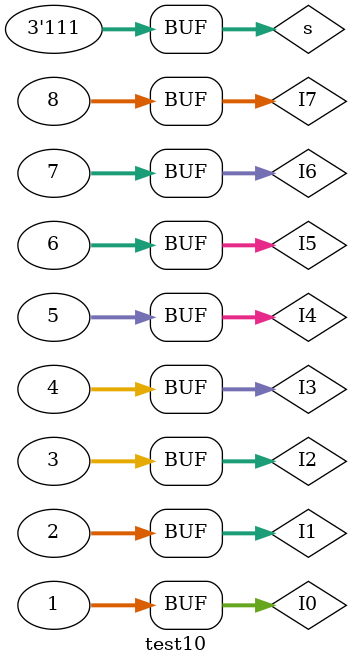
<source format=v>
`timescale 1ns / 1ps


module test10;

	// Inputs
	reg [31:0] I0;
	reg [31:0] I1;
	reg [31:0] I2;
	reg [31:0] I3;
	reg [31:0] I4;
	reg [31:0] I5;
	reg [31:0] I6;
	reg [31:0] I7;
	reg [2:0] s;

	// Outputs
	wire [31:0] o;

	// Instantiate the Unit Under Test (UUT)
	MUX8T1_321 uut (
		.I0(I0), 
		.I1(I1), 
		.I2(I2),
		.I3(I3),
		.I4(I4),
		.I5(I5),
		.I6(I6),
		.I7(I7),
		.s(s), 
		.o(o)
	);

	initial begin
		// Initialize Inputs
		I0 = 0;
		I1 = 0;
		I2 = 0;
		I3 = 0;
		I4 = 0;
		I5 = 0;
		I6 = 0;
		I7 = 0;
		s = 0;

		// Wait 100 ns for global reset to finish
		#100;
        
		// Add stimulus here
		I0=1;
		I1=2;
		I2=3;
		I3=4;
		I4=5;
		I5=6;
		I6=7;
		I7=8;
		#10 s=1;
		#10 s=2;
		#10 s=3;
		#10 s=4;
		#10 s=5;
		#10 s=6;
		#10 s=7;

	end
      
endmodule


</source>
